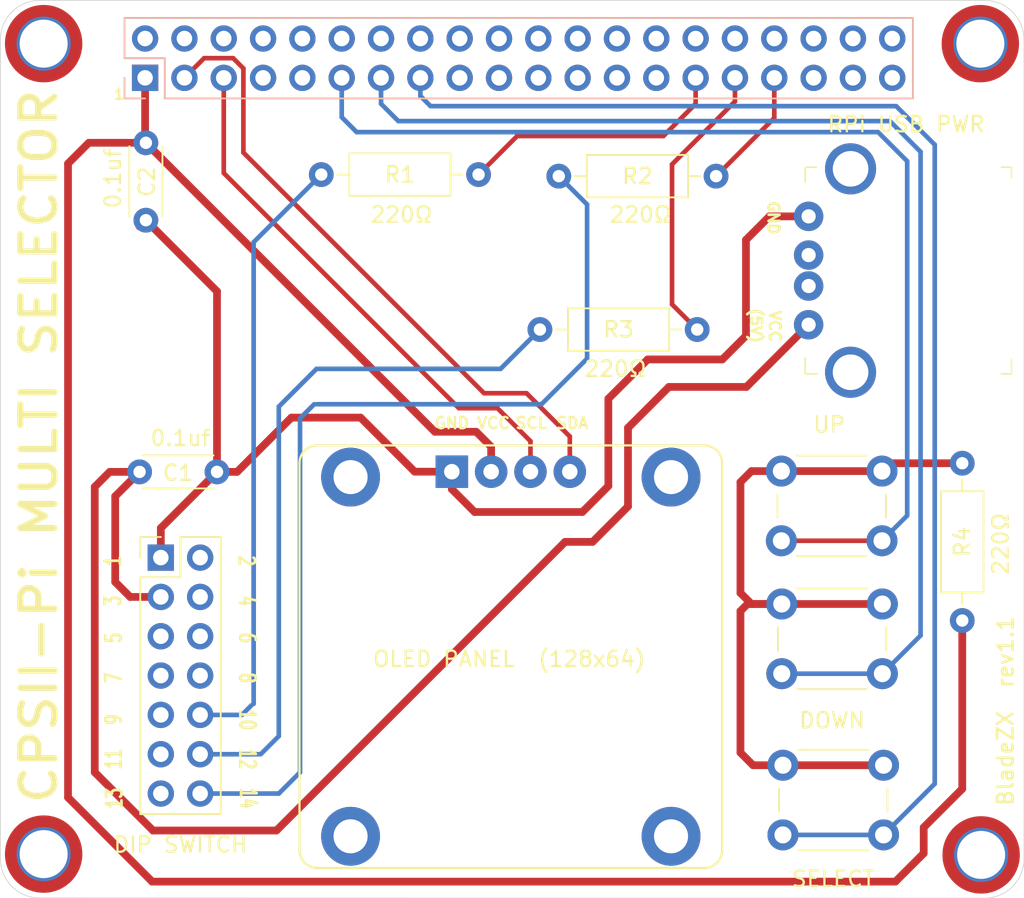
<source format=kicad_pcb>
(kicad_pcb (version 20171130) (host pcbnew "(5.1.9)-1")

  (general
    (thickness 1.6)
    (drawings 44)
    (tracks 132)
    (zones 0)
    (modules 17)
    (nets 1)
  )

  (page A4)
  (layers
    (0 F.Cu signal)
    (31 B.Cu signal)
    (32 B.Adhes user hide)
    (33 F.Adhes user hide)
    (34 B.Paste user hide)
    (35 F.Paste user hide)
    (36 B.SilkS user)
    (37 F.SilkS user)
    (38 B.Mask user hide)
    (39 F.Mask user hide)
    (40 Dwgs.User user hide)
    (41 Cmts.User user hide)
    (42 Eco1.User user hide)
    (43 Eco2.User user hide)
    (44 Edge.Cuts user)
    (45 Margin user hide)
    (46 B.CrtYd user)
    (47 F.CrtYd user)
    (48 B.Fab user hide)
    (49 F.Fab user hide)
  )

  (setup
    (last_trace_width 0.5)
    (user_trace_width 0.3)
    (user_trace_width 0.5)
    (trace_clearance 0.2)
    (zone_clearance 0.508)
    (zone_45_only no)
    (trace_min 0.2)
    (via_size 0.8)
    (via_drill 0.4)
    (via_min_size 0.4)
    (via_min_drill 0.3)
    (uvia_size 0.3)
    (uvia_drill 0.1)
    (uvias_allowed no)
    (uvia_min_size 0.2)
    (uvia_min_drill 0.1)
    (edge_width 0.05)
    (segment_width 0.2)
    (pcb_text_width 0.3)
    (pcb_text_size 1.5 1.5)
    (mod_edge_width 0.12)
    (mod_text_size 1 1)
    (mod_text_width 0.15)
    (pad_size 3.5 3.5)
    (pad_drill 3.1)
    (pad_to_mask_clearance 0)
    (aux_axis_origin 0 0)
    (visible_elements 7FFFFFFF)
    (pcbplotparams
      (layerselection 0x010fc_ffffffff)
      (usegerberextensions false)
      (usegerberattributes true)
      (usegerberadvancedattributes true)
      (creategerberjobfile true)
      (excludeedgelayer true)
      (linewidth 0.100000)
      (plotframeref false)
      (viasonmask false)
      (mode 1)
      (useauxorigin false)
      (hpglpennumber 1)
      (hpglpenspeed 20)
      (hpglpendiameter 15.000000)
      (psnegative false)
      (psa4output false)
      (plotreference true)
      (plotvalue true)
      (plotinvisibletext false)
      (padsonsilk false)
      (subtractmaskfromsilk false)
      (outputformat 1)
      (mirror false)
      (drillshape 1)
      (scaleselection 1)
      (outputdirectory ""))
  )

  (net 0 "")

  (net_class Default "This is the default net class."
    (clearance 0.2)
    (trace_width 0.25)
    (via_dia 0.8)
    (via_drill 0.4)
    (uvia_dia 0.3)
    (uvia_drill 0.1)
  )

  (module Connector_PinSocket_2.54mm:PinSocket_2x20_P2.54mm_Vertical (layer B.Cu) (tedit 5A19A433) (tstamp 6127857C)
    (at 55.8292 21.3868 270)
    (descr "Through hole straight socket strip, 2x20, 2.54mm pitch, double cols (from Kicad 4.0.7), script generated")
    (tags "Through hole socket strip THT 2x20 2.54mm double row")
    (fp_text reference GPIO (at -1.9304 2.6416 270) (layer F.SilkS) hide
      (effects (font (size 1 1) (thickness 0.15)))
    )
    (fp_text value PinSocket_2x20_P2.54mm_Vertical (at -1.27 -51.03 270) (layer B.Fab)
      (effects (font (size 1 1) (thickness 0.15)) (justify mirror))
    )
    (fp_text user %R (at -1.27 -24.13) (layer B.Fab)
      (effects (font (size 1 1) (thickness 0.15)) (justify mirror))
    )
    (fp_line (start -3.81 1.27) (end 0.27 1.27) (layer B.Fab) (width 0.1))
    (fp_line (start 0.27 1.27) (end 1.27 0.27) (layer B.Fab) (width 0.1))
    (fp_line (start 1.27 0.27) (end 1.27 -49.53) (layer B.Fab) (width 0.1))
    (fp_line (start 1.27 -49.53) (end -3.81 -49.53) (layer B.Fab) (width 0.1))
    (fp_line (start -3.81 -49.53) (end -3.81 1.27) (layer B.Fab) (width 0.1))
    (fp_line (start -3.87 1.33) (end -1.27 1.33) (layer B.SilkS) (width 0.12))
    (fp_line (start -3.87 1.33) (end -3.87 -49.59) (layer B.SilkS) (width 0.12))
    (fp_line (start -3.87 -49.59) (end 1.33 -49.59) (layer B.SilkS) (width 0.12))
    (fp_line (start 1.33 -1.27) (end 1.33 -49.59) (layer B.SilkS) (width 0.12))
    (fp_line (start -1.27 -1.27) (end 1.33 -1.27) (layer B.SilkS) (width 0.12))
    (fp_line (start -1.27 1.33) (end -1.27 -1.27) (layer B.SilkS) (width 0.12))
    (fp_line (start 1.33 1.33) (end 1.33 0) (layer B.SilkS) (width 0.12))
    (fp_line (start 0 1.33) (end 1.33 1.33) (layer B.SilkS) (width 0.12))
    (fp_line (start -4.34 1.8) (end 1.76 1.8) (layer B.CrtYd) (width 0.05))
    (fp_line (start 1.76 1.8) (end 1.76 -50) (layer B.CrtYd) (width 0.05))
    (fp_line (start 1.76 -50) (end -4.34 -50) (layer B.CrtYd) (width 0.05))
    (fp_line (start -4.34 -50) (end -4.34 1.8) (layer B.CrtYd) (width 0.05))
    (pad 40 thru_hole oval (at -2.54 -48.26 270) (size 1.7 1.7) (drill 1) (layers *.Cu *.Mask))
    (pad 39 thru_hole oval (at 0 -48.26 270) (size 1.7 1.7) (drill 1) (layers *.Cu *.Mask))
    (pad 38 thru_hole oval (at -2.54 -45.72 270) (size 1.7 1.7) (drill 1) (layers *.Cu *.Mask))
    (pad 37 thru_hole oval (at 0 -45.72 270) (size 1.7 1.7) (drill 1) (layers *.Cu *.Mask))
    (pad 36 thru_hole oval (at -2.54 -43.18 270) (size 1.7 1.7) (drill 1) (layers *.Cu *.Mask))
    (pad 35 thru_hole oval (at 0 -43.18 270) (size 1.7 1.7) (drill 1) (layers *.Cu *.Mask))
    (pad 34 thru_hole oval (at -2.54 -40.64 270) (size 1.7 1.7) (drill 1) (layers *.Cu *.Mask))
    (pad 33 thru_hole oval (at 0 -40.64 270) (size 1.7 1.7) (drill 1) (layers *.Cu *.Mask))
    (pad 32 thru_hole oval (at -2.54 -38.1 270) (size 1.7 1.7) (drill 1) (layers *.Cu *.Mask))
    (pad 31 thru_hole oval (at 0 -38.1 270) (size 1.7 1.7) (drill 1) (layers *.Cu *.Mask))
    (pad 30 thru_hole oval (at -2.54 -35.56 270) (size 1.7 1.7) (drill 1) (layers *.Cu *.Mask))
    (pad 29 thru_hole oval (at 0 -35.56 270) (size 1.7 1.7) (drill 1) (layers *.Cu *.Mask))
    (pad 28 thru_hole oval (at -2.54 -33.02 270) (size 1.7 1.7) (drill 1) (layers *.Cu *.Mask))
    (pad 27 thru_hole oval (at 0 -33.02 270) (size 1.7 1.7) (drill 1) (layers *.Cu *.Mask))
    (pad 26 thru_hole oval (at -2.54 -30.48 270) (size 1.7 1.7) (drill 1) (layers *.Cu *.Mask))
    (pad 25 thru_hole oval (at 0 -30.48 270) (size 1.7 1.7) (drill 1) (layers *.Cu *.Mask))
    (pad 24 thru_hole oval (at -2.54 -27.94 270) (size 1.7 1.7) (drill 1) (layers *.Cu *.Mask))
    (pad 23 thru_hole oval (at 0 -27.94 270) (size 1.7 1.7) (drill 1) (layers *.Cu *.Mask))
    (pad 22 thru_hole oval (at -2.54 -25.4 270) (size 1.7 1.7) (drill 1) (layers *.Cu *.Mask))
    (pad 21 thru_hole oval (at 0 -25.4 270) (size 1.7 1.7) (drill 1) (layers *.Cu *.Mask))
    (pad 20 thru_hole oval (at -2.54 -22.86 270) (size 1.7 1.7) (drill 1) (layers *.Cu *.Mask))
    (pad 19 thru_hole oval (at 0 -22.86 270) (size 1.7 1.7) (drill 1) (layers *.Cu *.Mask))
    (pad 18 thru_hole oval (at -2.54 -20.32 270) (size 1.7 1.7) (drill 1) (layers *.Cu *.Mask))
    (pad 17 thru_hole oval (at 0 -20.32 270) (size 1.7 1.7) (drill 1) (layers *.Cu *.Mask))
    (pad 16 thru_hole oval (at -2.54 -17.78 270) (size 1.7 1.7) (drill 1) (layers *.Cu *.Mask))
    (pad 15 thru_hole oval (at 0 -17.78 270) (size 1.7 1.7) (drill 1) (layers *.Cu *.Mask))
    (pad 14 thru_hole oval (at -2.54 -15.24 270) (size 1.7 1.7) (drill 1) (layers *.Cu *.Mask))
    (pad 13 thru_hole oval (at 0 -15.24 270) (size 1.7 1.7) (drill 1) (layers *.Cu *.Mask))
    (pad 12 thru_hole oval (at -2.54 -12.7 270) (size 1.7 1.7) (drill 1) (layers *.Cu *.Mask))
    (pad 11 thru_hole oval (at 0 -12.7 270) (size 1.7 1.7) (drill 1) (layers *.Cu *.Mask))
    (pad 10 thru_hole oval (at -2.54 -10.16 270) (size 1.7 1.7) (drill 1) (layers *.Cu *.Mask))
    (pad 9 thru_hole oval (at 0 -10.16 270) (size 1.7 1.7) (drill 1) (layers *.Cu *.Mask))
    (pad 8 thru_hole oval (at -2.54 -7.62 270) (size 1.7 1.7) (drill 1) (layers *.Cu *.Mask))
    (pad 7 thru_hole oval (at 0 -7.62 270) (size 1.7 1.7) (drill 1) (layers *.Cu *.Mask))
    (pad 6 thru_hole oval (at -2.54 -5.08 270) (size 1.7 1.7) (drill 1) (layers *.Cu *.Mask))
    (pad 5 thru_hole oval (at 0 -5.08 270) (size 1.7 1.7) (drill 1) (layers *.Cu *.Mask))
    (pad 4 thru_hole oval (at -2.54 -2.54 270) (size 1.7 1.7) (drill 1) (layers *.Cu *.Mask))
    (pad 3 thru_hole oval (at 0 -2.54 270) (size 1.7 1.7) (drill 1) (layers *.Cu *.Mask))
    (pad 2 thru_hole oval (at -2.54 0 270) (size 1.7 1.7) (drill 1) (layers *.Cu *.Mask))
    (pad 1 thru_hole rect (at 0 0 270) (size 1.7 1.7) (drill 1) (layers *.Cu *.Mask))
    (model ${KISYS3DMOD}/Connector_PinSocket_2.54mm.3dshapes/PinSocket_2x20_P2.54mm_Vertical.wrl
      (at (xyz 0 0 0))
      (scale (xyz 1 1 1))
      (rotate (xyz 0 0 0))
    )
  )

  (module Resistor_THT:R_Axial_DIN0207_L6.3mm_D2.5mm_P10.16mm_Horizontal (layer F.Cu) (tedit 5AE5139B) (tstamp 607F489A)
    (at 81.3308 37.6428)
    (descr "Resistor, Axial_DIN0207 series, Axial, Horizontal, pin pitch=10.16mm, 0.25W = 1/4W, length*diameter=6.3*2.5mm^2, http://cdn-reichelt.de/documents/datenblatt/B400/1_4W%23YAG.pdf")
    (tags "Resistor Axial_DIN0207 series Axial Horizontal pin pitch 10.16mm 0.25W = 1/4W length 6.3mm diameter 2.5mm")
    (fp_text reference 220Ω (at 4.8768 2.54) (layer F.SilkS)
      (effects (font (size 1 1) (thickness 0.15)))
    )
    (fp_text value R3 (at 5.08 0) (layer F.SilkS)
      (effects (font (size 1 1) (thickness 0.15)))
    )
    (fp_line (start 11.21 -1.5) (end -1.05 -1.5) (layer F.CrtYd) (width 0.05))
    (fp_line (start 11.21 1.5) (end 11.21 -1.5) (layer F.CrtYd) (width 0.05))
    (fp_line (start -1.05 1.5) (end 11.21 1.5) (layer F.CrtYd) (width 0.05))
    (fp_line (start -1.05 -1.5) (end -1.05 1.5) (layer F.CrtYd) (width 0.05))
    (fp_line (start 9.12 0) (end 8.35 0) (layer F.SilkS) (width 0.12))
    (fp_line (start 1.04 0) (end 1.81 0) (layer F.SilkS) (width 0.12))
    (fp_line (start 8.35 -1.37) (end 1.81 -1.37) (layer F.SilkS) (width 0.12))
    (fp_line (start 8.35 1.37) (end 8.35 -1.37) (layer F.SilkS) (width 0.12))
    (fp_line (start 1.81 1.37) (end 8.35 1.37) (layer F.SilkS) (width 0.12))
    (fp_line (start 1.81 -1.37) (end 1.81 1.37) (layer F.SilkS) (width 0.12))
    (fp_line (start 10.16 0) (end 8.23 0) (layer F.Fab) (width 0.1))
    (fp_line (start 0 0) (end 1.93 0) (layer F.Fab) (width 0.1))
    (fp_line (start 8.23 -1.25) (end 1.93 -1.25) (layer F.Fab) (width 0.1))
    (fp_line (start 8.23 1.25) (end 8.23 -1.25) (layer F.Fab) (width 0.1))
    (fp_line (start 1.93 1.25) (end 8.23 1.25) (layer F.Fab) (width 0.1))
    (fp_line (start 1.93 -1.25) (end 1.93 1.25) (layer F.Fab) (width 0.1))
    (fp_text user %R (at 5.08 0) (layer F.Fab) hide
      (effects (font (size 1 1) (thickness 0.15)))
    )
    (pad 2 thru_hole oval (at 10.16 0) (size 1.6 1.6) (drill 0.8) (layers *.Cu *.Mask))
    (pad 1 thru_hole circle (at 0 0) (size 1.6 1.6) (drill 0.8) (layers *.Cu *.Mask))
    (model ${KISYS3DMOD}/Resistor_THT.3dshapes/R_Axial_DIN0207_L6.3mm_D2.5mm_P10.16mm_Horizontal.wrl
      (at (xyz 0 0 0))
      (scale (xyz 1 1 1))
      (rotate (xyz 0 0 0))
    )
  )

  (module Resistor_THT:R_Axial_DIN0207_L6.3mm_D2.5mm_P10.16mm_Horizontal (layer F.Cu) (tedit 5AE5139B) (tstamp 607F486B)
    (at 82.55 27.7368)
    (descr "Resistor, Axial_DIN0207 series, Axial, Horizontal, pin pitch=10.16mm, 0.25W = 1/4W, length*diameter=6.3*2.5mm^2, http://cdn-reichelt.de/documents/datenblatt/B400/1_4W%23YAG.pdf")
    (tags "Resistor Axial_DIN0207 series Axial Horizontal pin pitch 10.16mm 0.25W = 1/4W length 6.3mm diameter 2.5mm")
    (fp_text reference 220Ω (at 5.2832 2.4892) (layer F.SilkS)
      (effects (font (size 1 1) (thickness 0.15)))
    )
    (fp_text value R2 (at 5.08 0) (layer F.SilkS)
      (effects (font (size 1 1) (thickness 0.15)))
    )
    (fp_line (start 11.21 -1.5) (end -1.05 -1.5) (layer F.CrtYd) (width 0.05))
    (fp_line (start 11.21 1.5) (end 11.21 -1.5) (layer F.CrtYd) (width 0.05))
    (fp_line (start -1.05 1.5) (end 11.21 1.5) (layer F.CrtYd) (width 0.05))
    (fp_line (start -1.05 -1.5) (end -1.05 1.5) (layer F.CrtYd) (width 0.05))
    (fp_line (start 9.12 0) (end 8.35 0) (layer F.SilkS) (width 0.12))
    (fp_line (start 1.04 0) (end 1.81 0) (layer F.SilkS) (width 0.12))
    (fp_line (start 8.35 -1.37) (end 1.81 -1.37) (layer F.SilkS) (width 0.12))
    (fp_line (start 8.35 1.37) (end 8.35 -1.37) (layer F.SilkS) (width 0.12))
    (fp_line (start 1.81 1.37) (end 8.35 1.37) (layer F.SilkS) (width 0.12))
    (fp_line (start 1.81 -1.37) (end 1.81 1.37) (layer F.SilkS) (width 0.12))
    (fp_line (start 10.16 0) (end 8.23 0) (layer F.Fab) (width 0.1))
    (fp_line (start 0 0) (end 1.93 0) (layer F.Fab) (width 0.1))
    (fp_line (start 8.23 -1.25) (end 1.93 -1.25) (layer F.Fab) (width 0.1))
    (fp_line (start 8.23 1.25) (end 8.23 -1.25) (layer F.Fab) (width 0.1))
    (fp_line (start 1.93 1.25) (end 8.23 1.25) (layer F.Fab) (width 0.1))
    (fp_line (start 1.93 -1.25) (end 1.93 1.25) (layer F.Fab) (width 0.1))
    (fp_text user %R (at 5.08 0) (layer F.Fab) hide
      (effects (font (size 1 1) (thickness 0.15)))
    )
    (pad 2 thru_hole oval (at 10.16 0) (size 1.6 1.6) (drill 0.8) (layers *.Cu *.Mask))
    (pad 1 thru_hole circle (at 0 0) (size 1.6 1.6) (drill 0.8) (layers *.Cu *.Mask))
    (model ${KISYS3DMOD}/Resistor_THT.3dshapes/R_Axial_DIN0207_L6.3mm_D2.5mm_P10.16mm_Horizontal.wrl
      (at (xyz 0 0 0))
      (scale (xyz 1 1 1))
      (rotate (xyz 0 0 0))
    )
  )

  (module Resistor_THT:R_Axial_DIN0207_L6.3mm_D2.5mm_P10.16mm_Horizontal (layer F.Cu) (tedit 5AE5139B) (tstamp 607F4829)
    (at 67.2084 27.6352)
    (descr "Resistor, Axial_DIN0207 series, Axial, Horizontal, pin pitch=10.16mm, 0.25W = 1/4W, length*diameter=6.3*2.5mm^2, http://cdn-reichelt.de/documents/datenblatt/B400/1_4W%23YAG.pdf")
    (tags "Resistor Axial_DIN0207 series Axial Horizontal pin pitch 10.16mm 0.25W = 1/4W length 6.3mm diameter 2.5mm")
    (fp_text reference 220Ω (at 5.1816 2.5908) (layer F.SilkS)
      (effects (font (size 1 1) (thickness 0.15)))
    )
    (fp_text value R1 (at 5.08 0) (layer F.SilkS)
      (effects (font (size 1 1) (thickness 0.15)))
    )
    (fp_line (start 1.93 -1.25) (end 1.93 1.25) (layer F.Fab) (width 0.1))
    (fp_line (start 1.93 1.25) (end 8.23 1.25) (layer F.Fab) (width 0.1))
    (fp_line (start 8.23 1.25) (end 8.23 -1.25) (layer F.Fab) (width 0.1))
    (fp_line (start 8.23 -1.25) (end 1.93 -1.25) (layer F.Fab) (width 0.1))
    (fp_line (start 0 0) (end 1.93 0) (layer F.Fab) (width 0.1))
    (fp_line (start 10.16 0) (end 8.23 0) (layer F.Fab) (width 0.1))
    (fp_line (start 1.81 -1.37) (end 1.81 1.37) (layer F.SilkS) (width 0.12))
    (fp_line (start 1.81 1.37) (end 8.35 1.37) (layer F.SilkS) (width 0.12))
    (fp_line (start 8.35 1.37) (end 8.35 -1.37) (layer F.SilkS) (width 0.12))
    (fp_line (start 8.35 -1.37) (end 1.81 -1.37) (layer F.SilkS) (width 0.12))
    (fp_line (start 1.04 0) (end 1.81 0) (layer F.SilkS) (width 0.12))
    (fp_line (start 9.12 0) (end 8.35 0) (layer F.SilkS) (width 0.12))
    (fp_line (start -1.05 -1.5) (end -1.05 1.5) (layer F.CrtYd) (width 0.05))
    (fp_line (start -1.05 1.5) (end 11.21 1.5) (layer F.CrtYd) (width 0.05))
    (fp_line (start 11.21 1.5) (end 11.21 -1.5) (layer F.CrtYd) (width 0.05))
    (fp_line (start 11.21 -1.5) (end -1.05 -1.5) (layer F.CrtYd) (width 0.05))
    (fp_text user %R (at 5.08 0) (layer F.Fab) hide
      (effects (font (size 1 1) (thickness 0.15)))
    )
    (pad 1 thru_hole circle (at 0 0) (size 1.6 1.6) (drill 0.8) (layers *.Cu *.Mask))
    (pad 2 thru_hole oval (at 10.16 0) (size 1.6 1.6) (drill 0.8) (layers *.Cu *.Mask))
    (model ${KISYS3DMOD}/Resistor_THT.3dshapes/R_Axial_DIN0207_L6.3mm_D2.5mm_P10.16mm_Horizontal.wrl
      (at (xyz 0 0 0))
      (scale (xyz 1 1 1))
      (rotate (xyz 0 0 0))
    )
  )

  (module Connector_PinHeader_2.54mm:PinHeader_2x07_P2.54mm_Vertical (layer F.Cu) (tedit 59FED5CC) (tstamp 607E0C02)
    (at 56.8452 52.3748)
    (descr "Through hole straight pin header, 2x07, 2.54mm pitch, double rows")
    (tags "Through hole pin header THT 2x07 2.54mm double row")
    (fp_text reference "DIP SWITCH" (at 1.27 18.542) (layer F.SilkS)
      (effects (font (size 1 1) (thickness 0.15)))
    )
    (fp_text value PinHeader_2x07_P2.54mm_Vertical (at 1.27 17.57) (layer F.Fab)
      (effects (font (size 1 1) (thickness 0.15)))
    )
    (fp_line (start 0 -1.27) (end 3.81 -1.27) (layer F.Fab) (width 0.1))
    (fp_line (start 3.81 -1.27) (end 3.81 16.51) (layer F.Fab) (width 0.1))
    (fp_line (start 3.81 16.51) (end -1.27 16.51) (layer F.Fab) (width 0.1))
    (fp_line (start -1.27 16.51) (end -1.27 0) (layer F.Fab) (width 0.1))
    (fp_line (start -1.27 0) (end 0 -1.27) (layer F.Fab) (width 0.1))
    (fp_line (start -1.33 16.57) (end 3.87 16.57) (layer F.SilkS) (width 0.12))
    (fp_line (start -1.33 1.27) (end -1.33 16.57) (layer F.SilkS) (width 0.12))
    (fp_line (start 3.87 -1.33) (end 3.87 16.57) (layer F.SilkS) (width 0.12))
    (fp_line (start -1.33 1.27) (end 1.27 1.27) (layer F.SilkS) (width 0.12))
    (fp_line (start 1.27 1.27) (end 1.27 -1.33) (layer F.SilkS) (width 0.12))
    (fp_line (start 1.27 -1.33) (end 3.87 -1.33) (layer F.SilkS) (width 0.12))
    (fp_line (start -1.33 0) (end -1.33 -1.33) (layer F.SilkS) (width 0.12))
    (fp_line (start -1.33 -1.33) (end 0 -1.33) (layer F.SilkS) (width 0.12))
    (fp_line (start -1.8 -1.8) (end -1.8 17.05) (layer F.CrtYd) (width 0.05))
    (fp_line (start -1.8 17.05) (end 4.35 17.05) (layer F.CrtYd) (width 0.05))
    (fp_line (start 4.35 17.05) (end 4.35 -1.8) (layer F.CrtYd) (width 0.05))
    (fp_line (start 4.35 -1.8) (end -1.8 -1.8) (layer F.CrtYd) (width 0.05))
    (fp_text user %R (at 1.27 7.62 90) (layer F.Fab)
      (effects (font (size 1 1) (thickness 0.15)))
    )
    (pad 14 thru_hole oval (at 2.54 15.24) (size 1.7 1.7) (drill 1) (layers *.Cu *.Mask))
    (pad 13 thru_hole oval (at 0 15.24) (size 1.7 1.7) (drill 1) (layers *.Cu *.Mask))
    (pad 12 thru_hole oval (at 2.54 12.7) (size 1.7 1.7) (drill 1) (layers *.Cu *.Mask))
    (pad 11 thru_hole oval (at 0 12.7) (size 1.7 1.7) (drill 1) (layers *.Cu *.Mask))
    (pad 10 thru_hole oval (at 2.54 10.16) (size 1.7 1.7) (drill 1) (layers *.Cu *.Mask))
    (pad 9 thru_hole oval (at 0 10.16) (size 1.7 1.7) (drill 1) (layers *.Cu *.Mask))
    (pad 8 thru_hole oval (at 2.54 7.62) (size 1.7 1.7) (drill 1) (layers *.Cu *.Mask))
    (pad 7 thru_hole oval (at 0 7.62) (size 1.7 1.7) (drill 1) (layers *.Cu *.Mask))
    (pad 6 thru_hole oval (at 2.54 5.08) (size 1.7 1.7) (drill 1) (layers *.Cu *.Mask))
    (pad 5 thru_hole oval (at 0 5.08) (size 1.7 1.7) (drill 1) (layers *.Cu *.Mask))
    (pad 4 thru_hole oval (at 2.54 2.54) (size 1.7 1.7) (drill 1) (layers *.Cu *.Mask))
    (pad 3 thru_hole oval (at 0 2.54) (size 1.7 1.7) (drill 1) (layers *.Cu *.Mask))
    (pad 2 thru_hole oval (at 2.54 0) (size 1.7 1.7) (drill 1) (layers *.Cu *.Mask))
    (pad 1 thru_hole rect (at 0 0) (size 1.7 1.7) (drill 1) (layers *.Cu *.Mask))
    (model ${KISYS3DMOD}/Connector_PinHeader_2.54mm.3dshapes/PinHeader_2x07_P2.54mm_Vertical.wrl
      (at (xyz 0 0 0))
      (scale (xyz 1 1 1))
      (rotate (xyz 0 0 0))
    )
  )

  (module Capacitor_THT:C_Disc_D4.3mm_W1.9mm_P5.00mm (layer F.Cu) (tedit 5AE50EF0) (tstamp 607E004E)
    (at 55.4736 46.8376)
    (descr "C, Disc series, Radial, pin pitch=5.00mm, , diameter*width=4.3*1.9mm^2, Capacitor, http://www.vishay.com/docs/45233/krseries.pdf")
    (tags "C Disc series Radial pin pitch 5.00mm  diameter 4.3mm width 1.9mm Capacitor")
    (fp_text reference C1 (at 2.4765 0.0635 180) (layer F.SilkS)
      (effects (font (size 1 1) (thickness 0.15)))
    )
    (fp_text value 0.1uf (at 2.6416 -2.1844) (layer F.SilkS)
      (effects (font (size 1 1) (thickness 0.15)))
    )
    (fp_line (start 0.35 -0.95) (end 0.35 0.95) (layer F.Fab) (width 0.1))
    (fp_line (start 0.35 0.95) (end 4.65 0.95) (layer F.Fab) (width 0.1))
    (fp_line (start 4.65 0.95) (end 4.65 -0.95) (layer F.Fab) (width 0.1))
    (fp_line (start 4.65 -0.95) (end 0.35 -0.95) (layer F.Fab) (width 0.1))
    (fp_line (start 0.23 -1.07) (end 4.77 -1.07) (layer F.SilkS) (width 0.12))
    (fp_line (start 0.23 1.07) (end 4.77 1.07) (layer F.SilkS) (width 0.12))
    (fp_line (start 0.23 -1.07) (end 0.23 -1.055) (layer F.SilkS) (width 0.12))
    (fp_line (start 0.23 1.055) (end 0.23 1.07) (layer F.SilkS) (width 0.12))
    (fp_line (start 4.77 -1.07) (end 4.77 -1.055) (layer F.SilkS) (width 0.12))
    (fp_line (start 4.77 1.055) (end 4.77 1.07) (layer F.SilkS) (width 0.12))
    (fp_line (start -1.05 -1.2) (end -1.05 1.2) (layer F.CrtYd) (width 0.05))
    (fp_line (start -1.05 1.2) (end 6.05 1.2) (layer F.CrtYd) (width 0.05))
    (fp_line (start 6.05 1.2) (end 6.05 -1.2) (layer F.CrtYd) (width 0.05))
    (fp_line (start 6.05 -1.2) (end -1.05 -1.2) (layer F.CrtYd) (width 0.05))
    (fp_text user %R (at 2.5 0) (layer F.Fab) hide
      (effects (font (size 0.86 0.86) (thickness 0.129)))
    )
    (pad 1 thru_hole circle (at 0 0) (size 1.6 1.6) (drill 0.8) (layers *.Cu *.Mask))
    (pad 2 thru_hole circle (at 5 0) (size 1.6 1.6) (drill 0.8) (layers *.Cu *.Mask))
    (model ${KISYS3DMOD}/Capacitor_THT.3dshapes/C_Disc_D4.3mm_W1.9mm_P5.00mm.wrl
      (at (xyz 0 0 0))
      (scale (xyz 1 1 1))
      (rotate (xyz 0 0 0))
    )
  )

  (module segastv:Generic_0.96in-128x64-OLED-Display-IIC (layer F.Cu) (tedit 590F4B36) (tstamp 60678678)
    (at 79.4512 58.7756)
    (descr http://www.ebay.com/itm/0-96-I2C-IIC-SPI-Serial-128X64-White-OLED-LCD-LED-Display-Module-for-Arduino-BU/361916106520)
    (fp_text reference DS1 (at 0 -15) (layer F.SilkS) hide
      (effects (font (size 1 1) (thickness 0.15)))
    )
    (fp_text value "OLED PANEL  (128x64)" (at -0.1016 0.1524) (layer F.SilkS)
      (effects (font (size 1 1) (thickness 0.15)))
    )
    (fp_line (start -13.8 13.8) (end 13.8 13.8) (layer F.CrtYd) (width 0.15))
    (fp_line (start 13.8 -13.8) (end 13.8 13.8) (layer F.CrtYd) (width 0.15))
    (fp_line (start -13.8 -13.8) (end -13.8 13.8) (layer F.CrtYd) (width 0.15))
    (fp_line (start -13.8 -13.8) (end 13.8 -13.8) (layer F.CrtYd) (width 0.15))
    (fp_line (start -13.65 9.5) (end 13.65 9.5) (layer F.Fab) (width 0.15))
    (fp_line (start -13.65 -9.5) (end 13.65 -9.5) (layer F.Fab) (width 0.15))
    (fp_line (start -13.65 -12.5) (end -13.65 12.5) (layer F.SilkS) (width 0.15))
    (fp_line (start -12.5 13.65) (end 12.5 13.65) (layer F.SilkS) (width 0.15))
    (fp_line (start 13.65 -12.5) (end 13.65 12.5) (layer F.SilkS) (width 0.15))
    (fp_line (start -12.5 -13.65) (end 12.5 -13.65) (layer F.SilkS) (width 0.15))
    (fp_arc (start -12.5 12.5) (end -13.65 12.5) (angle -90) (layer F.SilkS) (width 0.15))
    (fp_arc (start 12.5 12.5) (end 12.5 13.65) (angle -90) (layer F.SilkS) (width 0.15))
    (fp_arc (start 12.5 -12.5) (end 13.65 -12.5) (angle -90) (layer F.SilkS) (width 0.15))
    (fp_arc (start -12.5 -12.5) (end -12.5 -13.65) (angle -90) (layer F.SilkS) (width 0.15))
    (pad "" np_thru_hole circle (at 10.35 11.6) (size 3.8 3.8) (drill 2.2) (layers *.Cu *.Mask))
    (pad "" np_thru_hole circle (at -10.35 11.6) (size 3.8 3.8) (drill 2.2) (layers *.Cu *.Mask))
    (pad "" np_thru_hole circle (at -10.35 -11.6) (size 3.8 3.8) (drill 2.2) (layers *.Cu *.Mask))
    (pad 4 thru_hole circle (at 3.81 -11.95) (size 2.1 2.1) (drill 1) (layers *.Cu *.Mask))
    (pad 3 thru_hole circle (at 1.27 -11.95) (size 2.1 2.1) (drill 1) (layers *.Cu *.Mask))
    (pad 2 thru_hole circle (at -1.27 -11.95) (size 2.1 2.1) (drill 1) (layers *.Cu *.Mask))
    (pad 1 thru_hole rect (at -3.81 -11.95) (size 2.1 2.1) (drill 1) (layers *.Cu *.Mask))
    (pad "" np_thru_hole circle (at 10.35 -11.6) (size 3.8 3.8) (drill 2.2) (layers *.Cu *.Mask))
  )

  (module Capacitor_THT:C_Disc_D4.3mm_W1.9mm_P5.00mm (layer F.Cu) (tedit 5AE50EF0) (tstamp 61278C5B)
    (at 55.88 30.5816 90)
    (descr "C, Disc series, Radial, pin pitch=5.00mm, , diameter*width=4.3*1.9mm^2, Capacitor, http://www.vishay.com/docs/45233/krseries.pdf")
    (tags "C Disc series Radial pin pitch 5.00mm  diameter 4.3mm width 1.9mm Capacitor")
    (fp_text reference C2 (at 2.4765 0.0635 270) (layer F.SilkS)
      (effects (font (size 1 1) (thickness 0.15)))
    )
    (fp_text value 0.1uf (at 2.6924 -2.1336 90) (layer F.SilkS)
      (effects (font (size 1 1) (thickness 0.15)))
    )
    (fp_line (start 6.05 -1.2) (end -1.05 -1.2) (layer F.CrtYd) (width 0.05))
    (fp_line (start 6.05 1.2) (end 6.05 -1.2) (layer F.CrtYd) (width 0.05))
    (fp_line (start -1.05 1.2) (end 6.05 1.2) (layer F.CrtYd) (width 0.05))
    (fp_line (start -1.05 -1.2) (end -1.05 1.2) (layer F.CrtYd) (width 0.05))
    (fp_line (start 4.77 1.055) (end 4.77 1.07) (layer F.SilkS) (width 0.12))
    (fp_line (start 4.77 -1.07) (end 4.77 -1.055) (layer F.SilkS) (width 0.12))
    (fp_line (start 0.23 1.055) (end 0.23 1.07) (layer F.SilkS) (width 0.12))
    (fp_line (start 0.23 -1.07) (end 0.23 -1.055) (layer F.SilkS) (width 0.12))
    (fp_line (start 0.23 1.07) (end 4.77 1.07) (layer F.SilkS) (width 0.12))
    (fp_line (start 0.23 -1.07) (end 4.77 -1.07) (layer F.SilkS) (width 0.12))
    (fp_line (start 4.65 -0.95) (end 0.35 -0.95) (layer F.Fab) (width 0.1))
    (fp_line (start 4.65 0.95) (end 4.65 -0.95) (layer F.Fab) (width 0.1))
    (fp_line (start 0.35 0.95) (end 4.65 0.95) (layer F.Fab) (width 0.1))
    (fp_line (start 0.35 -0.95) (end 0.35 0.95) (layer F.Fab) (width 0.1))
    (fp_text user %R (at 2.5 0 90) (layer F.Fab) hide
      (effects (font (size 0.86 0.86) (thickness 0.129)))
    )
    (pad 2 thru_hole circle (at 5 0 90) (size 1.6 1.6) (drill 0.8) (layers *.Cu *.Mask))
    (pad 1 thru_hole circle (at 0 0 90) (size 1.6 1.6) (drill 0.8) (layers *.Cu *.Mask))
    (model ${KISYS3DMOD}/Capacitor_THT.3dshapes/C_Disc_D4.3mm_W1.9mm_P5.00mm.wrl
      (at (xyz 0 0 0))
      (scale (xyz 1 1 1))
      (rotate (xyz 0 0 0))
    )
  )

  (module digikey-footprints:USB_A_Female_UE27AC54100 (layer F.Cu) (tedit 5D25FE01) (tstamp 604044E9)
    (at 101.3968 33.8328 90)
    (fp_text reference "RPi USB PWR" (at 9.4488 3.5941) (layer F.SilkS)
      (effects (font (size 1 1) (thickness 0.15)))
    )
    (fp_text value USB_A_Female_UE27AC54100 (at 0 12 90) (layer F.Fab)
      (effects (font (size 1 1) (thickness 0.15)))
    )
    (fp_line (start -8.45 10.57) (end 8.45 10.57) (layer F.CrtYd) (width 0.05))
    (fp_line (start -8.45 -3.94) (end -8.45 10.57) (layer F.CrtYd) (width 0.05))
    (fp_line (start 8.45 -3.94) (end 8.45 10.57) (layer F.CrtYd) (width 0.05))
    (fp_line (start -8.45 -3.94) (end 8.45 -3.94) (layer F.CrtYd) (width 0.05))
    (fp_line (start -5.7 10.395) (end -6.675 10.395) (layer F.SilkS) (width 0.1))
    (fp_line (start -6.675 10.395) (end -6.675 9.72) (layer F.SilkS) (width 0.1))
    (fp_line (start 6.675 9.745) (end 6.675 10.395) (layer F.SilkS) (width 0.1))
    (fp_line (start 6.675 10.395) (end 5.975 10.395) (layer F.SilkS) (width 0.1))
    (fp_line (start -5.65 -2.935) (end -6.675 -2.935) (layer F.SilkS) (width 0.1))
    (fp_line (start -6.675 -2.935) (end -6.675 -2.135) (layer F.SilkS) (width 0.1))
    (fp_line (start 5.725 -2.935) (end 6.675 -2.935) (layer F.SilkS) (width 0.1))
    (fp_line (start 6.675 -2.935) (end 6.675 -2.21) (layer F.SilkS) (width 0.1))
    (fp_line (start -6.55 10.28) (end 6.55 10.28) (layer F.Fab) (width 0.1))
    (fp_line (start -6.55 -2.82) (end -6.55 10.28) (layer F.Fab) (width 0.1))
    (fp_line (start 6.55 -2.82) (end 6.55 10.28) (layer F.Fab) (width 0.1))
    (fp_line (start -6.55 -2.82) (end 6.55 -2.82) (layer F.Fab) (width 0.1))
    (fp_text user %R (at -0.025 0.975 90) (layer F.Fab)
      (effects (font (size 1 1) (thickness 0.15)))
    )
    (pad 4 thru_hole circle (at 3.5 -2.71 90) (size 1.9 1.9) (drill 0.92) (layers *.Cu *.Mask))
    (pad 3 thru_hole circle (at 1 -2.71 90) (size 1.9 1.9) (drill 0.92) (layers *.Cu *.Mask))
    (pad 2 thru_hole circle (at -1 -2.71 90) (size 1.9 1.9) (drill 0.92) (layers *.Cu *.Mask))
    (pad 1 thru_hole circle (at -3.5 -2.71 90) (size 1.9 1.9) (drill 0.92) (layers *.Cu *.Mask))
    (pad SH thru_hole circle (at 6.57 0 90) (size 3.3 3.3) (drill 2.3) (layers *.Cu *.Mask))
    (pad SH thru_hole circle (at -6.57 0 90) (size 3.3 3.3) (drill 2.3) (layers *.Cu *.Mask))
  )

  (module MountingHole:MountingHole_2.5mm_Pad_TopOnly (layer F.Cu) (tedit 607D7681) (tstamp 607DFAE2)
    (at 109.8296 71.5772)
    (descr "Mounting Hole 2.5mm")
    (tags "mounting hole 2.5mm")
    (attr virtual)
    (fp_text reference REF** (at 0 -3.5) (layer F.SilkS) hide
      (effects (font (size 1 1) (thickness 0.15)))
    )
    (fp_text value MountingHole_2.5mm_Pad_TopOnly (at 0 3.5) (layer F.Fab) hide
      (effects (font (size 1 1) (thickness 0.15)))
    )
    (fp_circle (center 0 0) (end 2.5 0) (layer Cmts.User) (width 0.15))
    (fp_circle (center 0 0) (end 2.75 0) (layer F.CrtYd) (width 0.05))
    (fp_text user %R (at 0.3 0) (layer F.Fab) hide
      (effects (font (size 1 1) (thickness 0.15)))
    )
    (pad 1 connect circle (at 0 0) (size 5 5) (layers F.Cu F.Mask))
    (pad 1 thru_hole circle (at 0 0) (size 3.5 3.5) (drill 3.1) (layers *.Cu *.Mask))
  )

  (module MountingHole:MountingHole_2.5mm_Pad_TopOnly (layer F.Cu) (tedit 607D764D) (tstamp 603FBE1E)
    (at 49.276 71.5264)
    (descr "Mounting Hole 2.5mm")
    (tags "mounting hole 2.5mm")
    (attr virtual)
    (fp_text reference REF** (at 0 -3.5) (layer F.SilkS) hide
      (effects (font (size 1 1) (thickness 0.15)))
    )
    (fp_text value MountingHole_2.5mm_Pad_TopOnly (at 0 3.5) (layer F.Fab) hide
      (effects (font (size 1 1) (thickness 0.15)))
    )
    (fp_circle (center 0 0) (end 2.75 0) (layer F.CrtYd) (width 0.05))
    (fp_circle (center 0 0) (end 2.5 0) (layer Cmts.User) (width 0.15))
    (fp_text user %R (at 0.3 0) (layer F.Fab) hide
      (effects (font (size 1 1) (thickness 0.15)))
    )
    (pad 1 thru_hole circle (at 0 0) (size 3.5 3.5) (drill 3.1) (layers *.Cu *.Mask))
    (pad 1 connect circle (at 0 0) (size 5 5) (layers F.Cu F.Mask))
  )

  (module MountingHole:MountingHole_2.5mm_Pad_TopOnly (layer F.Cu) (tedit 607D7672) (tstamp 607DFACA)
    (at 109.7788 19.177)
    (descr "Mounting Hole 2.5mm")
    (tags "mounting hole 2.5mm")
    (attr virtual)
    (fp_text reference REF** (at 0 -3.5) (layer F.SilkS) hide
      (effects (font (size 1 1) (thickness 0.15)))
    )
    (fp_text value MountingHole_2.5mm_Pad_TopOnly (at 0 3.5) (layer F.Fab) hide
      (effects (font (size 1 1) (thickness 0.15)))
    )
    (fp_circle (center 0 0) (end 2.75 0) (layer F.CrtYd) (width 0.05))
    (fp_circle (center 0 0) (end 2.5 0) (layer Cmts.User) (width 0.15))
    (fp_text user %R (at 0.3 0) (layer F.Fab) hide
      (effects (font (size 1 1) (thickness 0.15)))
    )
    (pad 1 thru_hole circle (at 0 0) (size 3.5 3.5) (drill 3.1) (layers *.Cu *.Mask))
    (pad 1 connect circle (at 0 0) (size 5 5) (layers F.Cu F.Mask))
  )

  (module MountingHole:MountingHole_2.5mm_Pad_TopOnly (layer F.Cu) (tedit 607D765E) (tstamp 603FBB39)
    (at 49.276 19.177)
    (descr "Mounting Hole 2.5mm")
    (tags "mounting hole 2.5mm")
    (attr virtual)
    (fp_text reference REF** (at 0 -3.5) (layer F.SilkS) hide
      (effects (font (size 1 1) (thickness 0.15)))
    )
    (fp_text value MountingHole_2.5mm_Pad_TopOnly (at 0 3.5) (layer F.Fab) hide
      (effects (font (size 1 1) (thickness 0.15)))
    )
    (fp_circle (center 0 0) (end 2.5 0) (layer Cmts.User) (width 0.15))
    (fp_circle (center 0 0) (end 2.75 0) (layer F.CrtYd) (width 0.05))
    (fp_text user %R (at 0.3 0) (layer F.Fab) hide
      (effects (font (size 1 1) (thickness 0.15)))
    )
    (pad 1 connect circle (at 0 0) (size 5 5) (layers F.Cu F.Mask))
    (pad 1 thru_hole circle (at 0 0) (size 3.5 3.5) (drill 3.1) (layers *.Cu *.Mask))
  )

  (module Resistor_THT:R_Axial_DIN0207_L6.3mm_D2.5mm_P10.16mm_Horizontal (layer F.Cu) (tedit 5AE5139B) (tstamp 603866B2)
    (at 108.6104 46.2788 270)
    (descr "Resistor, Axial_DIN0207 series, Axial, Horizontal, pin pitch=10.16mm, 0.25W = 1/4W, length*diameter=6.3*2.5mm^2, http://cdn-reichelt.de/documents/datenblatt/B400/1_4W%23YAG.pdf")
    (tags "Resistor Axial_DIN0207 series Axial Horizontal pin pitch 10.16mm 0.25W = 1/4W length 6.3mm diameter 2.5mm")
    (fp_text reference 220Ω (at 5.207 -2.4765 90) (layer F.SilkS)
      (effects (font (size 1 1) (thickness 0.15)))
    )
    (fp_text value R4 (at 5.08 0 90) (layer F.SilkS)
      (effects (font (size 1 1) (thickness 0.15)))
    )
    (fp_line (start 11.21 -1.5) (end -1.05 -1.5) (layer F.CrtYd) (width 0.05))
    (fp_line (start 11.21 1.5) (end 11.21 -1.5) (layer F.CrtYd) (width 0.05))
    (fp_line (start -1.05 1.5) (end 11.21 1.5) (layer F.CrtYd) (width 0.05))
    (fp_line (start -1.05 -1.5) (end -1.05 1.5) (layer F.CrtYd) (width 0.05))
    (fp_line (start 9.12 0) (end 8.35 0) (layer F.SilkS) (width 0.12))
    (fp_line (start 1.04 0) (end 1.81 0) (layer F.SilkS) (width 0.12))
    (fp_line (start 8.35 -1.37) (end 1.81 -1.37) (layer F.SilkS) (width 0.12))
    (fp_line (start 8.35 1.37) (end 8.35 -1.37) (layer F.SilkS) (width 0.12))
    (fp_line (start 1.81 1.37) (end 8.35 1.37) (layer F.SilkS) (width 0.12))
    (fp_line (start 1.81 -1.37) (end 1.81 1.37) (layer F.SilkS) (width 0.12))
    (fp_line (start 10.16 0) (end 8.23 0) (layer F.Fab) (width 0.1))
    (fp_line (start 0 0) (end 1.93 0) (layer F.Fab) (width 0.1))
    (fp_line (start 8.23 -1.25) (end 1.93 -1.25) (layer F.Fab) (width 0.1))
    (fp_line (start 8.23 1.25) (end 8.23 -1.25) (layer F.Fab) (width 0.1))
    (fp_line (start 1.93 1.25) (end 8.23 1.25) (layer F.Fab) (width 0.1))
    (fp_line (start 1.93 -1.25) (end 1.93 1.25) (layer F.Fab) (width 0.1))
    (fp_text user %R (at 5.08 0 90) (layer F.Fab) hide
      (effects (font (size 1 1) (thickness 0.15)))
    )
    (pad 2 thru_hole oval (at 10.16 0 270) (size 1.6 1.6) (drill 0.8) (layers *.Cu *.Mask))
    (pad 1 thru_hole circle (at 0 0 270) (size 1.6 1.6) (drill 0.8) (layers *.Cu *.Mask))
    (model ${KISYS3DMOD}/Resistor_THT.3dshapes/R_Axial_DIN0207_L6.3mm_D2.5mm_P10.16mm_Horizontal.wrl
      (at (xyz 0 0 0))
      (scale (xyz 1 1 1))
      (rotate (xyz 0 0 0))
    )
  )

  (module Button_Switch_THT:SW_PUSH_6mm (layer F.Cu) (tedit 5A02FE31) (tstamp 603852C7)
    (at 97.028 65.786)
    (descr https://www.omron.com/ecb/products/pdf/en-b3f.pdf)
    (tags "tact sw push 6mm")
    (fp_text reference SELECT (at 3.25 7.3406) (layer F.SilkS)
      (effects (font (size 1 1) (thickness 0.15)))
    )
    (fp_text value SW_PUSH_6mm (at 3.75 6.7) (layer F.Fab) hide
      (effects (font (size 1 1) (thickness 0.15)))
    )
    (fp_line (start 3.25 -0.75) (end 6.25 -0.75) (layer F.Fab) (width 0.1))
    (fp_line (start 6.25 -0.75) (end 6.25 5.25) (layer F.Fab) (width 0.1))
    (fp_line (start 6.25 5.25) (end 0.25 5.25) (layer F.Fab) (width 0.1))
    (fp_line (start 0.25 5.25) (end 0.25 -0.75) (layer F.Fab) (width 0.1))
    (fp_line (start 0.25 -0.75) (end 3.25 -0.75) (layer F.Fab) (width 0.1))
    (fp_line (start 7.75 6) (end 8 6) (layer F.CrtYd) (width 0.05))
    (fp_line (start 8 6) (end 8 5.75) (layer F.CrtYd) (width 0.05))
    (fp_line (start 7.75 -1.5) (end 8 -1.5) (layer F.CrtYd) (width 0.05))
    (fp_line (start 8 -1.5) (end 8 -1.25) (layer F.CrtYd) (width 0.05))
    (fp_line (start -1.5 -1.25) (end -1.5 -1.5) (layer F.CrtYd) (width 0.05))
    (fp_line (start -1.5 -1.5) (end -1.25 -1.5) (layer F.CrtYd) (width 0.05))
    (fp_line (start -1.5 5.75) (end -1.5 6) (layer F.CrtYd) (width 0.05))
    (fp_line (start -1.5 6) (end -1.25 6) (layer F.CrtYd) (width 0.05))
    (fp_line (start -1.25 -1.5) (end 7.75 -1.5) (layer F.CrtYd) (width 0.05))
    (fp_line (start -1.5 5.75) (end -1.5 -1.25) (layer F.CrtYd) (width 0.05))
    (fp_line (start 7.75 6) (end -1.25 6) (layer F.CrtYd) (width 0.05))
    (fp_line (start 8 -1.25) (end 8 5.75) (layer F.CrtYd) (width 0.05))
    (fp_line (start 1 5.5) (end 5.5 5.5) (layer F.SilkS) (width 0.12))
    (fp_line (start -0.25 1.5) (end -0.25 3) (layer F.SilkS) (width 0.12))
    (fp_line (start 5.5 -1) (end 1 -1) (layer F.SilkS) (width 0.12))
    (fp_line (start 6.75 3) (end 6.75 1.5) (layer F.SilkS) (width 0.12))
    (fp_circle (center 3.25 2.25) (end 1.25 2.5) (layer F.Fab) (width 0.1))
    (fp_text user %R (at 3.25 2.25) (layer F.Fab) hide
      (effects (font (size 1 1) (thickness 0.15)))
    )
    (pad 1 thru_hole circle (at 6.5 0 90) (size 2 2) (drill 1.1) (layers *.Cu *.Mask))
    (pad 2 thru_hole circle (at 6.5 4.5 90) (size 2 2) (drill 1.1) (layers *.Cu *.Mask))
    (pad 1 thru_hole circle (at 0 0 90) (size 2 2) (drill 1.1) (layers *.Cu *.Mask))
    (pad 2 thru_hole circle (at 0 4.5 90) (size 2 2) (drill 1.1) (layers *.Cu *.Mask))
    (model ${KISYS3DMOD}/Button_Switch_THT.3dshapes/SW_PUSH_6mm.wrl
      (at (xyz 0 0 0))
      (scale (xyz 1 1 1))
      (rotate (xyz 0 0 0))
    )
  )

  (module Button_Switch_THT:SW_PUSH_6mm (layer F.Cu) (tedit 5A02FE31) (tstamp 60384DB8)
    (at 96.9518 55.372)
    (descr https://www.omron.com/ecb/products/pdf/en-b3f.pdf)
    (tags "tact sw push 6mm")
    (fp_text reference DOWN (at 3.25 7.5184) (layer F.SilkS)
      (effects (font (size 1 1) (thickness 0.15)))
    )
    (fp_text value SW_PUSH_6mm (at 3.75 6.7) (layer F.Fab) hide
      (effects (font (size 1 1) (thickness 0.15)))
    )
    (fp_circle (center 3.25 2.25) (end 1.25 2.5) (layer F.Fab) (width 0.1))
    (fp_line (start 6.75 3) (end 6.75 1.5) (layer F.SilkS) (width 0.12))
    (fp_line (start 5.5 -1) (end 1 -1) (layer F.SilkS) (width 0.12))
    (fp_line (start -0.25 1.5) (end -0.25 3) (layer F.SilkS) (width 0.12))
    (fp_line (start 1 5.5) (end 5.5 5.5) (layer F.SilkS) (width 0.12))
    (fp_line (start 8 -1.25) (end 8 5.75) (layer F.CrtYd) (width 0.05))
    (fp_line (start 7.75 6) (end -1.25 6) (layer F.CrtYd) (width 0.05))
    (fp_line (start -1.5 5.75) (end -1.5 -1.25) (layer F.CrtYd) (width 0.05))
    (fp_line (start -1.25 -1.5) (end 7.75 -1.5) (layer F.CrtYd) (width 0.05))
    (fp_line (start -1.5 6) (end -1.25 6) (layer F.CrtYd) (width 0.05))
    (fp_line (start -1.5 5.75) (end -1.5 6) (layer F.CrtYd) (width 0.05))
    (fp_line (start -1.5 -1.5) (end -1.25 -1.5) (layer F.CrtYd) (width 0.05))
    (fp_line (start -1.5 -1.25) (end -1.5 -1.5) (layer F.CrtYd) (width 0.05))
    (fp_line (start 8 -1.5) (end 8 -1.25) (layer F.CrtYd) (width 0.05))
    (fp_line (start 7.75 -1.5) (end 8 -1.5) (layer F.CrtYd) (width 0.05))
    (fp_line (start 8 6) (end 8 5.75) (layer F.CrtYd) (width 0.05))
    (fp_line (start 7.75 6) (end 8 6) (layer F.CrtYd) (width 0.05))
    (fp_line (start 0.25 -0.75) (end 3.25 -0.75) (layer F.Fab) (width 0.1))
    (fp_line (start 0.25 5.25) (end 0.25 -0.75) (layer F.Fab) (width 0.1))
    (fp_line (start 6.25 5.25) (end 0.25 5.25) (layer F.Fab) (width 0.1))
    (fp_line (start 6.25 -0.75) (end 6.25 5.25) (layer F.Fab) (width 0.1))
    (fp_line (start 3.25 -0.75) (end 6.25 -0.75) (layer F.Fab) (width 0.1))
    (fp_text user %R (at 3.25 2.25) (layer F.Fab) hide
      (effects (font (size 1 1) (thickness 0.15)))
    )
    (pad 2 thru_hole circle (at 0 4.5 90) (size 2 2) (drill 1.1) (layers *.Cu *.Mask))
    (pad 1 thru_hole circle (at 0 0 90) (size 2 2) (drill 1.1) (layers *.Cu *.Mask))
    (pad 2 thru_hole circle (at 6.5 4.5 90) (size 2 2) (drill 1.1) (layers *.Cu *.Mask))
    (pad 1 thru_hole circle (at 6.5 0 90) (size 2 2) (drill 1.1) (layers *.Cu *.Mask))
    (model ${KISYS3DMOD}/Button_Switch_THT.3dshapes/SW_PUSH_6mm.wrl
      (at (xyz 0 0 0))
      (scale (xyz 1 1 1))
      (rotate (xyz 0 0 0))
    )
  )

  (module Button_Switch_THT:SW_PUSH_6mm (layer F.Cu) (tedit 5A02FE31) (tstamp 60384D71)
    (at 96.9264 46.7868)
    (descr https://www.omron.com/ecb/products/pdf/en-b3f.pdf)
    (tags "tact sw push 6mm")
    (fp_text reference UP (at 3.0988 -2.9972) (layer F.SilkS)
      (effects (font (size 1 1) (thickness 0.15)))
    )
    (fp_text value SW_PUSH_6mm (at 3.75 6.7) (layer F.Fab) hide
      (effects (font (size 1 1) (thickness 0.15)))
    )
    (fp_line (start 3.25 -0.75) (end 6.25 -0.75) (layer F.Fab) (width 0.1))
    (fp_line (start 6.25 -0.75) (end 6.25 5.25) (layer F.Fab) (width 0.1))
    (fp_line (start 6.25 5.25) (end 0.25 5.25) (layer F.Fab) (width 0.1))
    (fp_line (start 0.25 5.25) (end 0.25 -0.75) (layer F.Fab) (width 0.1))
    (fp_line (start 0.25 -0.75) (end 3.25 -0.75) (layer F.Fab) (width 0.1))
    (fp_line (start 7.75 6) (end 8 6) (layer F.CrtYd) (width 0.05))
    (fp_line (start 8 6) (end 8 5.75) (layer F.CrtYd) (width 0.05))
    (fp_line (start 7.75 -1.5) (end 8 -1.5) (layer F.CrtYd) (width 0.05))
    (fp_line (start 8 -1.5) (end 8 -1.25) (layer F.CrtYd) (width 0.05))
    (fp_line (start -1.5 -1.25) (end -1.5 -1.5) (layer F.CrtYd) (width 0.05))
    (fp_line (start -1.5 -1.5) (end -1.25 -1.5) (layer F.CrtYd) (width 0.05))
    (fp_line (start -1.5 5.75) (end -1.5 6) (layer F.CrtYd) (width 0.05))
    (fp_line (start -1.5 6) (end -1.25 6) (layer F.CrtYd) (width 0.05))
    (fp_line (start -1.25 -1.5) (end 7.75 -1.5) (layer F.CrtYd) (width 0.05))
    (fp_line (start -1.5 5.75) (end -1.5 -1.25) (layer F.CrtYd) (width 0.05))
    (fp_line (start 7.75 6) (end -1.25 6) (layer F.CrtYd) (width 0.05))
    (fp_line (start 8 -1.25) (end 8 5.75) (layer F.CrtYd) (width 0.05))
    (fp_line (start 1 5.5) (end 5.5 5.5) (layer F.SilkS) (width 0.12))
    (fp_line (start -0.25 1.5) (end -0.25 3) (layer F.SilkS) (width 0.12))
    (fp_line (start 5.5 -1) (end 1 -1) (layer F.SilkS) (width 0.12))
    (fp_line (start 6.75 3) (end 6.75 1.5) (layer F.SilkS) (width 0.12))
    (fp_circle (center 3.25 2.25) (end 1.25 2.5) (layer F.Fab) (width 0.1))
    (fp_text user %R (at 3.25 2.25) (layer F.Fab) hide
      (effects (font (size 1 1) (thickness 0.15)))
    )
    (pad 1 thru_hole circle (at 6.5 0 90) (size 2 2) (drill 1.1) (layers *.Cu *.Mask))
    (pad 2 thru_hole circle (at 6.5 4.5 90) (size 2 2) (drill 1.1) (layers *.Cu *.Mask))
    (pad 1 thru_hole circle (at 0 0 90) (size 2 2) (drill 1.1) (layers *.Cu *.Mask))
    (pad 2 thru_hole circle (at 0 4.5 90) (size 2 2) (drill 1.1) (layers *.Cu *.Mask))
    (model ${KISYS3DMOD}/Button_Switch_THT.3dshapes/SW_PUSH_6mm.wrl
      (at (xyz 0 0 0))
      (scale (xyz 1 1 1))
      (rotate (xyz 0 0 0))
    )
  )

  (gr_text 1 (at 54.1528 22.4536) (layer F.SilkS) (tstamp 61279C58)
    (effects (font (size 0.65 0.65) (thickness 0.1525)))
  )
  (gr_text 14 (at 62.484 67.9196 -90) (layer F.SilkS) (tstamp 607E136C)
    (effects (font (size 1 0.7) (thickness 0.175)))
  )
  (gr_text 2 (at 62.3824 52.578 -90) (layer F.SilkS) (tstamp 607E136B)
    (effects (font (size 1 0.7) (thickness 0.175)))
  )
  (gr_text 6 (at 62.4332 57.5564 -90) (layer F.SilkS) (tstamp 607E136A)
    (effects (font (size 1 0.7) (thickness 0.175)))
  )
  (gr_text 10 (at 62.4332 62.8396 -90) (layer F.SilkS) (tstamp 607E1369)
    (effects (font (size 1 0.7) (thickness 0.175)))
  )
  (gr_text 8 (at 62.4332 60.1472 -90) (layer F.SilkS) (tstamp 607E1368)
    (effects (font (size 1 0.7) (thickness 0.175)))
  )
  (gr_text 4 (at 62.3824 55.1688 -90) (layer F.SilkS) (tstamp 607E1367)
    (effects (font (size 1 0.7) (thickness 0.175)))
  )
  (gr_text 12 (at 62.4332 65.3796 -90) (layer F.SilkS) (tstamp 607E1366)
    (effects (font (size 1 0.7) (thickness 0.175)))
  )
  (gr_line (start 110.0582 74.3712) (end 49.022 74.3585) (layer Edge.Cuts) (width 0.05) (tstamp 607E1199))
  (gr_line (start 49.022 16.383) (end 110.0582 16.383) (layer Edge.Cuts) (width 0.05) (tstamp 607E0FBC))
  (gr_text 13 (at 53.848 67.9196 90) (layer F.SilkS) (tstamp 607DDD87)
    (effects (font (size 1 0.7) (thickness 0.175)))
  )
  (gr_text "CPSII-Pi MULTI SELECTOR" (at 48.9712 68.4784 90) (layer F.SilkS)
    (effects (font (size 2.2 2.33) (thickness 0.4)) (justify left))
  )
  (gr_text 11 (at 53.7972 65.3796 90) (layer F.SilkS) (tstamp 606A125F)
    (effects (font (size 1 0.7) (thickness 0.175)))
  )
  (gr_text 9 (at 53.7972 62.8396 90) (layer F.SilkS) (tstamp 606A125D)
    (effects (font (size 1 0.7) (thickness 0.175)))
  )
  (gr_text 7 (at 53.7972 60.1472 90) (layer F.SilkS) (tstamp 606A125B)
    (effects (font (size 1 0.7) (thickness 0.175)))
  )
  (gr_text 5 (at 53.7972 57.5564 90) (layer F.SilkS) (tstamp 606A1259)
    (effects (font (size 1 0.7) (thickness 0.175)))
  )
  (gr_text 3 (at 53.7464 55.1688 90) (layer F.SilkS) (tstamp 606A1257)
    (effects (font (size 1 0.7) (thickness 0.175)))
  )
  (gr_text SDA (at 83.4136 43.688) (layer F.SilkS) (tstamp 60679CDD)
    (effects (font (size 0.73 0.73) (thickness 0.15)))
  )
  (gr_text SCL (at 80.772 43.688) (layer F.SilkS) (tstamp 60679CDB)
    (effects (font (size 0.73 0.73) (thickness 0.15)))
  )
  (gr_text GND (at 75.6412 43.688) (layer F.SilkS) (tstamp 60679CBF)
    (effects (font (size 0.73 0.73) (thickness 0.15)))
  )
  (gr_text VCC (at 78.3336 43.688) (layer F.SilkS) (tstamp 60679C88)
    (effects (font (size 0.73 0.73) (thickness 0.15)))
  )
  (gr_line (start 134.112 50.4444) (end 140.7668 41.148) (layer Dwgs.User) (width 0.15))
  (gr_line (start 134.5692 40.64) (end 134.112 50.4444) (layer Dwgs.User) (width 0.15))
  (gr_line (start 145.9484 41.8084) (end 134.874 41.8592) (layer Dwgs.User) (width 0.15))
  (gr_line (start 145.8976 41.8084) (end 145.8976 41.8592) (layer Dwgs.User) (width 0.15))
  (gr_line (start 137.3632 42.2148) (end 142.7988 42.2148) (layer Dwgs.User) (width 0.15))
  (gr_line (start 146.558 60.5155) (end 142.748 42.926) (layer Dwgs.User) (width 0.15))
  (gr_text "(5V)" (at 95.3008 37.3888 270) (layer F.SilkS) (tstamp 603C1154)
    (effects (font (size 0.7 0.7) (thickness 0.17)))
  )
  (gr_text VCC (at 96.5073 37.4396 270) (layer F.SilkS) (tstamp 603C114F)
    (effects (font (size 0.7 0.7) (thickness 0.17)))
  )
  (gr_text GND (at 96.4184 30.4292 270) (layer F.SilkS) (tstamp 603C1148)
    (effects (font (size 0.7 0.7) (thickness 0.17)))
  )
  (gr_text 1 (at 53.7464 52.578 90) (layer F.SilkS) (tstamp 603692DE)
    (effects (font (size 1 0.7) (thickness 0.175)))
  )
  (gr_arc (start 110.0582 71.8312) (end 110.0582 74.3712) (angle -89.14062776) (layer Edge.Cuts) (width 0.05) (tstamp 607DFAC0))
  (gr_arc (start 49.022 71.8185) (end 46.482 71.8185) (angle -90) (layer Edge.Cuts) (width 0.05) (tstamp 603FEA3C))
  (gr_arc (start 49.022 18.923) (end 49.022 16.383) (angle -90) (layer Edge.Cuts) (width 0.05))
  (gr_arc (start 110.0582 18.923) (end 112.5982 18.923) (angle -90) (layer Edge.Cuts) (width 0.05) (tstamp 607DFABD))
  (gr_arc (start 132.08 19.05) (end 132.08 16.51) (angle -270) (layer Dwgs.User) (width 0.15))
  (gr_arc (start 132.08 19.05) (end 134.62 19.05) (angle -90) (layer Dwgs.User) (width 0.15))
  (gr_arc (start 132.08 19.05) (end 134.62 19.05) (angle -90) (layer Dwgs.User) (width 0.15))
  (gr_arc (start 132.08 19.05) (end 134.62 19.05) (angle -90) (layer Dwgs.User) (width 0.15))
  (gr_text "BladeZX  rev1.1" (at 111.4044 62.2808 90) (layer F.SilkS)
    (effects (font (size 1 1) (thickness 0.17)))
  )
  (gr_line (start 59.69 21.59) (end 85.09 20.32) (layer Dwgs.User) (width 0.15))
  (gr_line (start 58.42 43.18) (end 59.69 21.59) (layer Dwgs.User) (width 0.15))
  (gr_line (start 46.482 71.8185) (end 46.482 18.923) (layer Edge.Cuts) (width 0.05))
  (gr_line (start 112.5982 18.923) (end 112.5982 71.8693) (layer Edge.Cuts) (width 0.05) (tstamp 607DFABA))

  (segment (start 103.4264 46.7868) (end 96.9264 46.7868) (width 0.5) (layer F.Cu) (net 0))
  (segment (start 96.9264 46.7868) (end 94.996 46.7868) (width 0.5) (layer F.Cu) (net 0))
  (segment (start 94.996 46.7868) (end 94.2848 47.498) (width 0.5) (layer F.Cu) (net 0))
  (segment (start 94.2848 47.498) (end 94.2848 54.6608) (width 0.5) (layer F.Cu) (net 0))
  (segment (start 94.996 55.372) (end 96.9518 55.372) (width 0.5) (layer F.Cu) (net 0))
  (segment (start 94.2848 54.6608) (end 94.996 55.372) (width 0.5) (layer F.Cu) (net 0))
  (segment (start 96.9518 55.372) (end 94.742 55.372) (width 0.5) (layer F.Cu) (net 0))
  (segment (start 94.742 55.372) (end 94.2848 55.8292) (width 0.5) (layer F.Cu) (net 0))
  (segment (start 94.2848 55.8292) (end 94.2848 64.9732) (width 0.5) (layer F.Cu) (net 0))
  (segment (start 95.0976 65.786) (end 97.028 65.786) (width 0.5) (layer F.Cu) (net 0))
  (segment (start 94.2848 64.9732) (end 95.0976 65.786) (width 0.5) (layer F.Cu) (net 0))
  (segment (start 96.9518 55.372) (end 103.4518 55.372) (width 0.5) (layer F.Cu) (net 0))
  (segment (start 97.028 65.786) (end 103.528 65.786) (width 0.5) (layer F.Cu) (net 0))
  (segment (start 56.8452 50.466) (end 60.4736 46.8376) (width 0.5) (layer F.Cu) (net 0))
  (segment (start 56.8452 52.3748) (end 56.8452 50.466) (width 0.5) (layer F.Cu) (net 0))
  (segment (start 56.8452 54.9148) (end 54.864 54.9148) (width 0.5) (layer F.Cu) (net 0))
  (segment (start 54.864 54.9148) (end 53.8988 53.9496) (width 0.5) (layer F.Cu) (net 0))
  (segment (start 53.8988 48.4124) (end 55.4736 46.8376) (width 0.5) (layer F.Cu) (net 0))
  (segment (start 53.8988 53.9496) (end 53.8988 48.4124) (width 0.5) (layer F.Cu) (net 0))
  (segment (start 103.4518 59.872) (end 96.9518 59.872) (width 0.3) (layer B.Cu) (net 0))
  (segment (start 96.9264 51.2868) (end 103.4264 51.2868) (width 0.3) (layer F.Cu) (net 0))
  (segment (start 62.0776 62.5348) (end 59.3852 62.5348) (width 0.3) (layer B.Cu) (net 0))
  (segment (start 62.6872 61.9252) (end 62.0776 62.5348) (width 0.3) (layer B.Cu) (net 0))
  (segment (start 63.2968 65.0748) (end 59.3852 65.0748) (width 0.3) (layer B.Cu) (net 0))
  (segment (start 64.4652 63.9064) (end 63.2968 65.0748) (width 0.3) (layer B.Cu) (net 0))
  (segment (start 103.528 70.286) (end 97.028 70.286) (width 0.3) (layer B.Cu) (net 0))
  (segment (start 55.4736 30.988) (end 55.88 30.5816) (width 0.5) (layer F.Cu) (net 0))
  (segment (start 55.88 21.4376) (end 55.8292 21.3868) (width 0.5) (layer F.Cu) (net 0))
  (segment (start 55.8292 25.5308) (end 55.88 25.5816) (width 0.5) (layer F.Cu) (net 0))
  (segment (start 55.8292 21.3868) (end 55.8292 25.5308) (width 0.5) (layer F.Cu) (net 0))
  (segment (start 55.88 25.5816) (end 74.5452 44.2468) (width 0.5) (layer F.Cu) (net 0))
  (segment (start 74.5452 44.2468) (end 77.216 44.2468) (width 0.5) (layer F.Cu) (net 0))
  (segment (start 78.1812 45.212) (end 78.1812 46.8256) (width 0.5) (layer F.Cu) (net 0))
  (segment (start 77.216 44.2468) (end 78.1812 45.212) (width 0.5) (layer F.Cu) (net 0))
  (segment (start 60.4736 35.1752) (end 55.88 30.5816) (width 0.5) (layer F.Cu) (net 0))
  (segment (start 60.4736 46.8376) (end 60.4736 35.1752) (width 0.5) (layer F.Cu) (net 0))
  (segment (start 98.438 30.5816) (end 98.6868 30.3328) (width 0.5) (layer B.Cu) (net 0))
  (segment (start 64.4652 63.9064) (end 64.4652 42.6212) (width 0.3) (layer B.Cu) (net 0))
  (segment (start 64.4652 42.6212) (end 66.9036 40.1828) (width 0.3) (layer B.Cu) (net 0))
  (segment (start 78.7908 40.1828) (end 81.3308 37.6428) (width 0.3) (layer B.Cu) (net 0))
  (segment (start 66.9036 40.1828) (end 78.7908 40.1828) (width 0.3) (layer B.Cu) (net 0))
  (segment (start 92.8624 27.8892) (end 92.71 27.7368) (width 0.3) (layer B.Cu) (net 0))
  (segment (start 60.9092 21.3868) (end 60.9092 27.5336) (width 0.3) (layer F.Cu) (net 0))
  (segment (start 60.9092 27.5336) (end 76.0984 42.7228) (width 0.3) (layer F.Cu) (net 0))
  (segment (start 76.0984 42.7228) (end 78.5876 42.7228) (width 0.3) (layer F.Cu) (net 0))
  (segment (start 80.7212 44.8564) (end 80.7212 46.8256) (width 0.3) (layer F.Cu) (net 0))
  (segment (start 78.5876 42.7228) (end 80.7212 44.8564) (width 0.3) (layer F.Cu) (net 0))
  (segment (start 58.3692 21.3868) (end 59.6392 20.1168) (width 0.3) (layer F.Cu) (net 0))
  (segment (start 59.6392 20.1168) (end 61.5188 20.1168) (width 0.3) (layer F.Cu) (net 0))
  (segment (start 61.5188 20.1168) (end 62.1792 20.7772) (width 0.3) (layer F.Cu) (net 0))
  (segment (start 62.1792 20.7772) (end 62.1792 26.2128) (width 0.3) (layer F.Cu) (net 0))
  (segment (start 62.1792 26.2128) (end 77.724 41.7576) (width 0.3) (layer F.Cu) (net 0))
  (segment (start 77.724 41.7576) (end 80.4672 41.7576) (width 0.3) (layer F.Cu) (net 0))
  (segment (start 83.2612 44.5516) (end 83.2612 46.8256) (width 0.3) (layer F.Cu) (net 0))
  (segment (start 80.4672 41.7576) (end 83.2612 44.5516) (width 0.3) (layer F.Cu) (net 0))
  (segment (start 73.6092 21.3868) (end 73.6092 22.5552) (width 0.3) (layer B.Cu) (net 0))
  (segment (start 73.6092 22.5552) (end 74.2696 23.2156) (width 0.3) (layer B.Cu) (net 0))
  (segment (start 74.2696 23.2156) (end 104.3432 23.2156) (width 0.3) (layer B.Cu) (net 0))
  (segment (start 104.3432 23.2156) (end 106.8324 25.7048) (width 0.3) (layer B.Cu) (net 0))
  (segment (start 106.8324 66.9816) (end 103.528 70.286) (width 0.3) (layer B.Cu) (net 0))
  (segment (start 106.8324 25.7048) (end 106.8324 66.9816) (width 0.3) (layer B.Cu) (net 0))
  (segment (start 71.0692 21.3868) (end 71.0692 23.0632) (width 0.3) (layer B.Cu) (net 0))
  (segment (start 71.0692 23.0632) (end 72.1868 24.1808) (width 0.3) (layer B.Cu) (net 0))
  (segment (start 72.1868 24.1808) (end 103.9368 24.1808) (width 0.3) (layer B.Cu) (net 0))
  (segment (start 103.9368 24.1808) (end 105.918 26.162) (width 0.3) (layer B.Cu) (net 0))
  (segment (start 105.918 57.4058) (end 103.4518 59.872) (width 0.3) (layer B.Cu) (net 0))
  (segment (start 105.918 26.162) (end 105.918 57.4058) (width 0.3) (layer B.Cu) (net 0))
  (segment (start 68.5292 21.3868) (end 68.5292 23.9268) (width 0.3) (layer B.Cu) (net 0))
  (segment (start 68.5292 23.9268) (end 69.4944 24.892) (width 0.3) (layer B.Cu) (net 0))
  (segment (start 69.4944 24.892) (end 103.1748 24.892) (width 0.3) (layer B.Cu) (net 0))
  (segment (start 103.1748 24.892) (end 105.0544 26.7716) (width 0.3) (layer B.Cu) (net 0))
  (segment (start 105.0544 49.6588) (end 103.4264 51.2868) (width 0.3) (layer B.Cu) (net 0))
  (segment (start 105.0544 26.7716) (end 105.0544 49.6588) (width 0.3) (layer B.Cu) (net 0))
  (segment (start 65.8368 43.3832) (end 66.7512 42.4688) (width 0.3) (layer B.Cu) (net 0))
  (segment (start 65.8368 66.2432) (end 65.8368 43.3832) (width 0.3) (layer B.Cu) (net 0))
  (segment (start 64.4652 67.6148) (end 65.8368 66.2432) (width 0.3) (layer B.Cu) (net 0))
  (segment (start 59.3852 67.6148) (end 64.4652 67.6148) (width 0.3) (layer B.Cu) (net 0))
  (segment (start 62.8396 32.004) (end 67.2084 27.6352) (width 0.3) (layer B.Cu) (net 0))
  (segment (start 62.8396 61.8236) (end 62.8396 32.004) (width 0.3) (layer B.Cu) (net 0))
  (segment (start 91.3892 21.3868) (end 91.3892 23.0632) (width 0.3) (layer F.Cu) (net 0))
  (segment (start 91.3892 23.0632) (end 89.3064 25.146) (width 0.3) (layer F.Cu) (net 0))
  (segment (start 79.8576 25.146) (end 77.3684 27.6352) (width 0.3) (layer F.Cu) (net 0))
  (segment (start 89.3064 25.146) (end 79.8576 25.146) (width 0.3) (layer F.Cu) (net 0))
  (segment (start 93.9292 21.3868) (end 93.9292 22.9108) (width 0.3) (layer F.Cu) (net 0))
  (segment (start 93.9292 22.9108) (end 89.8652 26.9748) (width 0.3) (layer F.Cu) (net 0))
  (segment (start 89.8652 36.0172) (end 91.4908 37.6428) (width 0.3) (layer F.Cu) (net 0))
  (segment (start 89.8652 26.9748) (end 89.8652 36.0172) (width 0.3) (layer F.Cu) (net 0))
  (segment (start 96.4692 23.9776) (end 92.71 27.7368) (width 0.3) (layer F.Cu) (net 0))
  (segment (start 96.4692 21.3868) (end 96.4692 23.9776) (width 0.3) (layer F.Cu) (net 0))
  (segment (start 66.9036 42.4688) (end 81.4324 42.4688) (width 0.3) (layer B.Cu) (net 0))
  (segment (start 81.4324 42.4688) (end 84.3788 39.5224) (width 0.3) (layer B.Cu) (net 0))
  (segment (start 84.3788 29.5656) (end 82.55 27.7368) (width 0.3) (layer B.Cu) (net 0))
  (segment (start 84.3788 39.5224) (end 84.3788 29.5656) (width 0.3) (layer B.Cu) (net 0))
  (segment (start 75.6412 46.8256) (end 75.6412 47.9552) (width 0.5) (layer F.Cu) (net 0))
  (segment (start 75.6412 47.9552) (end 77.1144 49.4284) (width 0.5) (layer F.Cu) (net 0))
  (segment (start 77.1144 49.4284) (end 84.074 49.4284) (width 0.5) (layer F.Cu) (net 0))
  (segment (start 84.074 49.4284) (end 85.7504 47.752) (width 0.5) (layer F.Cu) (net 0))
  (segment (start 85.7504 47.752) (end 85.7504 42.1132) (width 0.5) (layer F.Cu) (net 0))
  (segment (start 85.7504 42.1132) (end 88.2904 39.5732) (width 0.5) (layer F.Cu) (net 0))
  (segment (start 88.2904 39.5732) (end 93.1164 39.5732) (width 0.5) (layer F.Cu) (net 0))
  (segment (start 93.1164 39.5732) (end 94.6404 38.0492) (width 0.5) (layer F.Cu) (net 0))
  (segment (start 94.6404 38.0492) (end 94.6404 31.8516) (width 0.5) (layer F.Cu) (net 0))
  (segment (start 96.1592 30.3328) (end 98.6868 30.3328) (width 0.5) (layer F.Cu) (net 0))
  (segment (start 94.6404 31.8516) (end 96.1592 30.3328) (width 0.5) (layer F.Cu) (net 0))
  (segment (start 55.4736 46.8376) (end 53.5432 46.8376) (width 0.5) (layer F.Cu) (net 0))
  (segment (start 53.5432 46.8376) (end 52.578 47.8028) (width 0.5) (layer F.Cu) (net 0))
  (segment (start 52.578 47.8028) (end 52.578 66.2432) (width 0.5) (layer F.Cu) (net 0))
  (segment (start 52.578 66.2432) (end 56.3372 70.0024) (width 0.5) (layer F.Cu) (net 0))
  (segment (start 56.3372 70.0024) (end 64.3128 70.0024) (width 0.5) (layer F.Cu) (net 0))
  (segment (start 64.3128 70.0024) (end 82.9564 51.3588) (width 0.5) (layer F.Cu) (net 0))
  (segment (start 82.9564 51.3588) (end 84.7344 51.3588) (width 0.5) (layer F.Cu) (net 0))
  (segment (start 84.7344 51.3588) (end 87.0204 49.0728) (width 0.5) (layer F.Cu) (net 0))
  (segment (start 87.0204 49.0728) (end 87.0204 43.9928) (width 0.5) (layer F.Cu) (net 0))
  (segment (start 87.0204 43.9928) (end 89.662 41.3512) (width 0.5) (layer F.Cu) (net 0))
  (segment (start 94.6684 41.3512) (end 98.6868 37.3328) (width 0.5) (layer F.Cu) (net 0))
  (segment (start 89.662 41.3512) (end 94.6684 41.3512) (width 0.5) (layer F.Cu) (net 0))
  (segment (start 55.88 25.5816) (end 52.1932 25.5816) (width 0.5) (layer F.Cu) (net 0))
  (segment (start 52.1932 25.5816) (end 50.8508 26.924) (width 0.5) (layer F.Cu) (net 0))
  (segment (start 50.8508 67.8688) (end 56.2864 73.3044) (width 0.5) (layer F.Cu) (net 0))
  (segment (start 50.8508 26.924) (end 50.8508 67.8688) (width 0.5) (layer F.Cu) (net 0))
  (segment (start 56.2864 73.3044) (end 104.2924 73.3044) (width 0.5) (layer F.Cu) (net 0))
  (segment (start 104.2924 73.3044) (end 106.1212 71.4756) (width 0.5) (layer F.Cu) (net 0))
  (segment (start 106.1212 71.4756) (end 106.1212 69.7992) (width 0.5) (layer F.Cu) (net 0))
  (segment (start 108.6104 67.31) (end 108.6104 56.4388) (width 0.5) (layer F.Cu) (net 0))
  (segment (start 106.1212 69.7992) (end 108.6104 67.31) (width 0.5) (layer F.Cu) (net 0))
  (segment (start 60.4736 46.8376) (end 61.7728 46.8376) (width 0.5) (layer F.Cu) (net 0))
  (segment (start 61.7728 46.8376) (end 65.278 43.3324) (width 0.5) (layer F.Cu) (net 0))
  (segment (start 65.278 43.3324) (end 69.7484 43.3324) (width 0.5) (layer F.Cu) (net 0))
  (segment (start 73.2416 46.8256) (end 75.6412 46.8256) (width 0.5) (layer F.Cu) (net 0))
  (segment (start 69.7484 43.3324) (end 73.2416 46.8256) (width 0.5) (layer F.Cu) (net 0))
  (segment (start 103.9344 46.2788) (end 103.4264 46.7868) (width 0.5) (layer F.Cu) (net 0))
  (segment (start 108.6104 46.2788) (end 103.9344 46.2788) (width 0.5) (layer F.Cu) (net 0))

)

</source>
